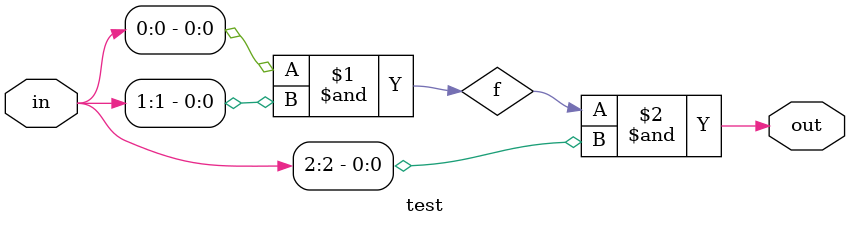
<source format=v>
`timescale 1ns / 1ps
module test(
	in,out    );

input [2:0] in; 
output out; 
wire f; 

assign f = in[0] & in[1]; 
assign out = f & in[2];


endmodule







</source>
